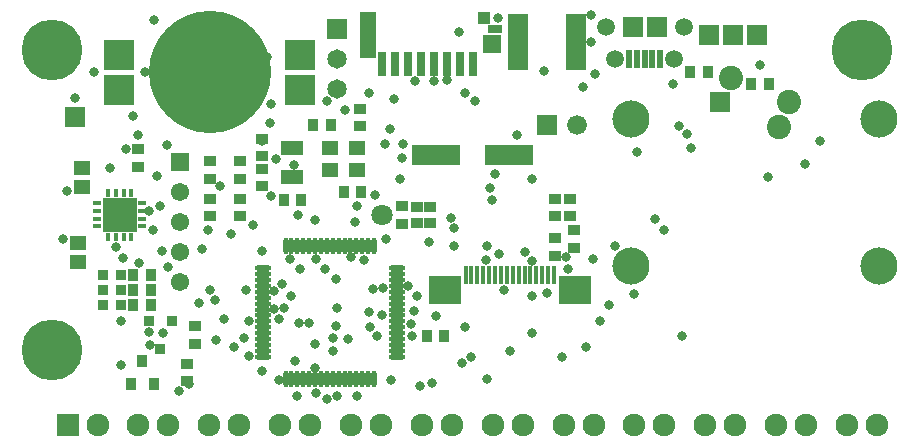
<source format=gbs>
G04*
G04 #@! TF.GenerationSoftware,Altium Limited,CircuitStudio,1.5.2 (1.5.2.30)*
G04*
G04 Layer_Color=8150272*
%FSAX24Y24*%
%MOIN*%
G70*
G01*
G75*
%ADD92R,0.0768X0.0453*%
%ADD99R,0.0358X0.0358*%
%ADD101R,0.0374X0.0413*%
%ADD119R,0.0413X0.0374*%
%ADD120R,0.0650X0.0650*%
%ADD121R,0.0374X0.0413*%
%ADD122R,0.0571X0.0453*%
%ADD123R,0.0335X0.0413*%
%ADD124R,0.0413X0.0335*%
%ADD127C,0.0589*%
%ADD128C,0.0759*%
%ADD129R,0.0759X0.0759*%
%ADD130C,0.0609*%
%ADD131R,0.0609X0.0609*%
%ADD132C,0.1240*%
%ADD133C,0.0059*%
%ADD134R,0.0709X0.0709*%
%ADD135C,0.0809*%
%ADD136C,0.2028*%
%ADD137C,0.0650*%
%ADD138C,0.0659*%
%ADD139R,0.0659X0.0659*%
%ADD140C,0.0709*%
%ADD141C,0.0329*%
%ADD142R,0.0571X0.0472*%
%ADD143R,0.0217X0.0591*%
%ADD144R,0.0650X0.0669*%
%ADD145O,0.0177X0.0571*%
%ADD146O,0.0571X0.0177*%
%ADD147R,0.1102X0.0965*%
%ADD148R,0.0177X0.0610*%
%ADD149R,0.0650X0.1870*%
%ADD150R,0.0374X0.0374*%
%ADD151R,0.1634X0.0689*%
%ADD152C,0.4075*%
%ADD153R,0.1043X0.1043*%
%ADD154R,0.1122X0.1122*%
%ADD155R,0.0295X0.0177*%
%ADD156R,0.0177X0.0295*%
%ADD157R,0.0433X0.0394*%
%ADD158R,0.0453X0.0295*%
%ADD159R,0.0630X0.0610*%
%ADD160R,0.0532X0.1551*%
%ADD161R,0.0295X0.0846*%
D92*
X019500Y019258D02*
D03*
Y020242D02*
D03*
D99*
X015100Y013548D02*
D03*
X014726Y014450D02*
D03*
X015474D02*
D03*
D101*
X014500Y013144D02*
D03*
X014126Y012356D02*
D03*
X014874D02*
D03*
D119*
X021750Y021526D02*
D03*
Y020974D02*
D03*
X018500Y020526D02*
D03*
Y019974D02*
D03*
X023650Y018276D02*
D03*
Y017724D02*
D03*
X024100Y018276D02*
D03*
Y017724D02*
D03*
D120*
X035000Y024000D02*
D03*
X012250Y021250D02*
D03*
X034200Y024000D02*
D03*
X033400D02*
D03*
X021000Y024200D02*
D03*
D121*
X021776Y018750D02*
D03*
X021224D02*
D03*
X024554Y013964D02*
D03*
X024003D02*
D03*
X019224Y018500D02*
D03*
X019776D02*
D03*
D122*
X012500Y019565D02*
D03*
Y018935D02*
D03*
X012350Y017065D02*
D03*
Y016435D02*
D03*
D123*
X035395Y022350D02*
D03*
X034805Y022350D02*
D03*
X033345Y022750D02*
D03*
X032755D02*
D03*
X014795Y016000D02*
D03*
X014205D02*
D03*
X014795Y015500D02*
D03*
X014205D02*
D03*
X014795Y015000D02*
D03*
X014205D02*
D03*
X020795Y021000D02*
D03*
X020205D02*
D03*
D124*
X014350Y020195D02*
D03*
Y019605D02*
D03*
X023150Y018295D02*
D03*
Y017705D02*
D03*
X016750Y018545D02*
D03*
Y017955D02*
D03*
X017750Y018545D02*
D03*
Y017955D02*
D03*
X016750Y019795D02*
D03*
Y019205D02*
D03*
X017750Y019795D02*
D03*
Y019205D02*
D03*
X016250Y014295D02*
D03*
Y013705D02*
D03*
X016000Y013045D02*
D03*
Y012455D02*
D03*
X028250Y018545D02*
D03*
Y017955D02*
D03*
X028250Y016647D02*
D03*
Y017238D02*
D03*
X028750Y018545D02*
D03*
Y017955D02*
D03*
X028900Y016905D02*
D03*
Y017495D02*
D03*
X018500Y018955D02*
D03*
Y019545D02*
D03*
D127*
X032559Y024250D02*
D03*
X029941D02*
D03*
X032234Y023187D02*
D03*
X030266D02*
D03*
D128*
X038992Y011000D02*
D03*
X037992D02*
D03*
X036630D02*
D03*
X035630D02*
D03*
X034268D02*
D03*
X033268D02*
D03*
X031906D02*
D03*
X030906D02*
D03*
X029543D02*
D03*
X028543D02*
D03*
X027181D02*
D03*
X026181D02*
D03*
X024819D02*
D03*
X023819D02*
D03*
X022457D02*
D03*
X021457D02*
D03*
X020094D02*
D03*
X019094D02*
D03*
X017732D02*
D03*
X016732D02*
D03*
X015370D02*
D03*
X014370D02*
D03*
X013008D02*
D03*
D129*
X012008D02*
D03*
D130*
X015750Y015750D02*
D03*
Y016750D02*
D03*
Y017750D02*
D03*
Y018750D02*
D03*
D131*
Y019750D02*
D03*
D132*
X030787Y021213D02*
D03*
X039055D02*
D03*
Y016291D02*
D03*
X030787D02*
D03*
D133*
X034921Y016331D02*
D03*
D134*
X033770Y021750D02*
D03*
D135*
X036070D02*
D03*
X035731Y020939D02*
D03*
X034109Y022561D02*
D03*
D136*
X011500Y013500D02*
D03*
Y023500D02*
D03*
X038500D02*
D03*
D137*
X021000Y023200D02*
D03*
Y022200D02*
D03*
D138*
X029000Y021000D02*
D03*
D139*
X028000D02*
D03*
D140*
X022500Y018000D02*
D03*
D141*
X013955Y020195D02*
D03*
X032495Y013950D02*
D03*
X031900Y017500D02*
D03*
X031600Y017850D02*
D03*
X018950Y019850D02*
D03*
X022628Y017184D02*
D03*
X021600Y017750D02*
D03*
X022524Y015549D02*
D03*
X020270Y017837D02*
D03*
X019700Y018000D02*
D03*
X019550Y019650D02*
D03*
X018055Y014455D02*
D03*
X017900Y013885D02*
D03*
X017551Y013597D02*
D03*
X018050Y013300D02*
D03*
X017950Y015500D02*
D03*
X019150Y015700D02*
D03*
X018900Y015450D02*
D03*
X022250Y018650D02*
D03*
X021650Y018300D02*
D03*
X018779Y018643D02*
D03*
X022194Y015535D02*
D03*
X022500Y014650D02*
D03*
X022050Y014750D02*
D03*
X022100Y014250D02*
D03*
X023342Y015628D02*
D03*
X023654Y015304D02*
D03*
X023550Y014800D02*
D03*
X021900Y016500D02*
D03*
X021450Y016600D02*
D03*
X024285Y014635D02*
D03*
X022325Y013975D02*
D03*
X023450Y014350D02*
D03*
X019450Y015300D02*
D03*
X019230Y014884D02*
D03*
X020283Y016523D02*
D03*
X019750Y016200D02*
D03*
X020950Y015850D02*
D03*
X021000Y014900D02*
D03*
X020950Y014300D02*
D03*
X021350Y013850D02*
D03*
X019407Y016523D02*
D03*
X013850Y016550D02*
D03*
X015093Y018307D02*
D03*
X014728Y018128D02*
D03*
X018650Y023250D02*
D03*
X018500Y020457D02*
D03*
X018803Y021688D02*
D03*
X018750Y021050D02*
D03*
X030050Y015000D02*
D03*
X025045Y024095D02*
D03*
X025450Y013250D02*
D03*
X025150Y013050D02*
D03*
X019574Y013122D02*
D03*
X018500Y016800D02*
D03*
X018200Y017650D02*
D03*
X023100Y019200D02*
D03*
X025950Y016500D02*
D03*
X026563Y015500D02*
D03*
X026400Y016700D02*
D03*
X027242Y016758D02*
D03*
X026750Y013450D02*
D03*
X024900Y016950D02*
D03*
X024800Y017900D02*
D03*
X024900Y017550D02*
D03*
X024050Y017100D02*
D03*
X015732Y012132D02*
D03*
X014866Y017484D02*
D03*
X022800Y012500D02*
D03*
X021650Y011950D02*
D03*
X021000D02*
D03*
X020650Y011850D02*
D03*
X020300Y012050D02*
D03*
X020850Y013900D02*
D03*
X020051Y014399D02*
D03*
X019050Y014533D02*
D03*
X020250Y013700D02*
D03*
X020850Y013450D02*
D03*
X019050Y012500D02*
D03*
X020253Y012890D02*
D03*
X018500Y012800D02*
D03*
X016965Y013835D02*
D03*
X022589Y020350D02*
D03*
X022750Y020850D02*
D03*
X023150Y019900D02*
D03*
X023200Y020350D02*
D03*
X022050Y022050D02*
D03*
X025600Y021800D02*
D03*
X025250Y022050D02*
D03*
X016750Y015500D02*
D03*
X016915Y015165D02*
D03*
X017235Y014535D02*
D03*
X023500Y013950D02*
D03*
X016400Y015050D02*
D03*
X024650Y022500D02*
D03*
X024217Y022467D02*
D03*
X023600Y022457D02*
D03*
X021250Y021500D02*
D03*
X022900Y021850D02*
D03*
X019650Y011950D02*
D03*
X014750Y013650D02*
D03*
X015200Y014050D02*
D03*
X015350Y016282D02*
D03*
X014400Y016400D02*
D03*
X013800Y014450D02*
D03*
X014725Y014105D02*
D03*
X016056Y012356D02*
D03*
X015150Y016800D02*
D03*
X015000Y019300D02*
D03*
X014350Y020650D02*
D03*
X015325Y020325D02*
D03*
X016500Y016850D02*
D03*
X016700Y017500D02*
D03*
X017100Y018950D02*
D03*
X012900Y022750D02*
D03*
X014200Y021300D02*
D03*
X027500Y014050D02*
D03*
X028000Y015400D02*
D03*
X027500Y015300D02*
D03*
X030900Y015350D02*
D03*
X030250Y016950D02*
D03*
X032400Y020950D02*
D03*
X032650Y020700D02*
D03*
X026150Y018500D02*
D03*
X027000Y020650D02*
D03*
X027500Y016481D02*
D03*
X028622Y016592D02*
D03*
X026250Y019350D02*
D03*
X026100Y018900D02*
D03*
X014581Y022781D02*
D03*
X037100Y020450D02*
D03*
X027885Y022785D02*
D03*
X031000Y020100D02*
D03*
X028500Y013250D02*
D03*
X024150Y012400D02*
D03*
X023750Y012300D02*
D03*
X029300Y013600D02*
D03*
X029750Y014450D02*
D03*
X035100Y023000D02*
D03*
X032793Y020243D02*
D03*
X032200Y022350D02*
D03*
X036595Y019700D02*
D03*
X035350Y019250D02*
D03*
X029200Y022250D02*
D03*
X026350Y024550D02*
D03*
X014900Y024500D02*
D03*
X017450Y017350D02*
D03*
X012250Y021900D02*
D03*
X013622Y016922D02*
D03*
X013435Y019565D02*
D03*
X029450Y023750D02*
D03*
X029471Y024650D02*
D03*
X029600Y022700D02*
D03*
X029527Y016523D02*
D03*
X025982Y012532D02*
D03*
X027500Y019200D02*
D03*
X028700Y016200D02*
D03*
X019721Y014399D02*
D03*
X018900Y014850D02*
D03*
X020600Y016200D02*
D03*
X020642Y021808D02*
D03*
X026000Y016950D02*
D03*
X025250Y014250D02*
D03*
X012000Y018800D02*
D03*
X011850Y017200D02*
D03*
X013800Y013000D02*
D03*
D142*
X021656Y020228D02*
D03*
Y019500D02*
D03*
X020750Y020228D02*
D03*
Y019500D02*
D03*
D143*
X030994Y023187D02*
D03*
X031250D02*
D03*
X031762D02*
D03*
X031506D02*
D03*
X030738D02*
D03*
D144*
X031644Y024250D02*
D03*
X030856D02*
D03*
D145*
X019274Y016974D02*
D03*
X019470D02*
D03*
X019667D02*
D03*
X019864D02*
D03*
X020061D02*
D03*
X020258D02*
D03*
X020455D02*
D03*
X020652D02*
D03*
X020848D02*
D03*
X021045D02*
D03*
X021242D02*
D03*
X021439D02*
D03*
X021636D02*
D03*
X021833D02*
D03*
X022030D02*
D03*
X022226D02*
D03*
Y012526D02*
D03*
X022030D02*
D03*
X021833D02*
D03*
X021636Y012526D02*
D03*
X021439D02*
D03*
X021242D02*
D03*
X021045D02*
D03*
X020848D02*
D03*
X020652Y012526D02*
D03*
X020455D02*
D03*
X020258Y012526D02*
D03*
X020061D02*
D03*
X019864D02*
D03*
X019667D02*
D03*
X019470D02*
D03*
X019274Y012526D02*
D03*
D146*
X022974Y016226D02*
D03*
X022974Y016030D02*
D03*
Y015833D02*
D03*
Y015636D02*
D03*
Y015439D02*
D03*
Y015242D02*
D03*
X022974Y015045D02*
D03*
Y014848D02*
D03*
X022974Y014652D02*
D03*
Y014455D02*
D03*
Y014258D02*
D03*
Y014061D02*
D03*
Y013864D02*
D03*
X022974Y013667D02*
D03*
Y013470D02*
D03*
Y013274D02*
D03*
X018526D02*
D03*
Y013470D02*
D03*
Y013667D02*
D03*
Y013864D02*
D03*
Y014061D02*
D03*
Y014258D02*
D03*
Y014455D02*
D03*
Y014652D02*
D03*
Y014848D02*
D03*
Y015045D02*
D03*
Y015242D02*
D03*
Y015439D02*
D03*
Y015636D02*
D03*
Y015833D02*
D03*
Y016030D02*
D03*
Y016226D02*
D03*
D147*
X024585Y015508D02*
D03*
X028915D02*
D03*
D148*
X025274Y016000D02*
D03*
X025470D02*
D03*
X025667D02*
D03*
X025864D02*
D03*
X026061D02*
D03*
X026258D02*
D03*
X026455D02*
D03*
X026652D02*
D03*
X028226D02*
D03*
X028030D02*
D03*
X027833D02*
D03*
X027636D02*
D03*
X027439D02*
D03*
X027242D02*
D03*
X027045D02*
D03*
X026848D02*
D03*
D149*
X027035Y023750D02*
D03*
X028965D02*
D03*
D150*
X013205Y015000D02*
D03*
X013795D02*
D03*
Y016000D02*
D03*
X013205D02*
D03*
X013795Y015500D02*
D03*
X013205D02*
D03*
D151*
X024280Y020000D02*
D03*
X026720D02*
D03*
D152*
X016750Y022750D02*
D03*
D153*
X013738Y022159D02*
D03*
Y023341D02*
D03*
X019762D02*
D03*
Y022159D02*
D03*
D154*
X013750Y018000D02*
D03*
D155*
X013002Y017616D02*
D03*
Y017872D02*
D03*
Y018128D02*
D03*
Y018384D02*
D03*
X014498D02*
D03*
Y018128D02*
D03*
Y017872D02*
D03*
Y017616D02*
D03*
D156*
X013366Y018748D02*
D03*
X013622D02*
D03*
X013878D02*
D03*
X014134D02*
D03*
Y017252D02*
D03*
X013878D02*
D03*
X013622D02*
D03*
X013366D02*
D03*
D157*
X025880Y024577D02*
D03*
D158*
X026244Y024193D02*
D03*
D159*
X026156Y023701D02*
D03*
D160*
X022032Y023998D02*
D03*
D161*
X025516Y023022D02*
D03*
X025083D02*
D03*
X024650D02*
D03*
X024217D02*
D03*
X022484D02*
D03*
X022917D02*
D03*
X023350D02*
D03*
X023783D02*
D03*
M02*

</source>
